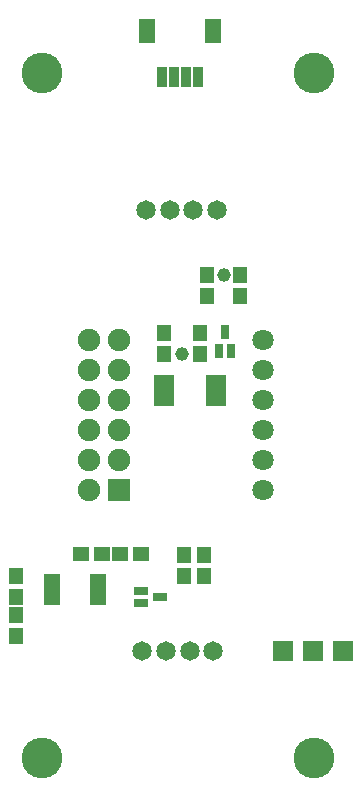
<source format=gbr>
G04 DesignSpark PCB PRO Gerber Version 10.0 Build 5299*
G04 #@! TF.Part,Single*
G04 #@! TF.FileFunction,Soldermask,Top*
G04 #@! TF.FilePolarity,Negative*
%FSLAX36Y36*%
%MOIN*%
G04 #@! TA.AperFunction,SMDPad,CuDef*
%ADD94R,0.02575X0.04543*%
%ADD91R,0.03362X0.07102*%
%ADD88R,0.04937X0.05291*%
%ADD92R,0.05724X0.08087*%
G04 #@! TA.AperFunction,ComponentPad*
%ADD93R,0.07000X0.07000*%
%ADD84R,0.07496X0.07496*%
G04 #@! TA.AperFunction,WasherPad*
%ADD83C,0.04543*%
G04 #@! TA.AperFunction,ComponentPad*
%ADD89C,0.06512*%
%ADD86C,0.07102*%
%ADD85C,0.07496*%
G04 #@! TA.AperFunction,SMDPad,CuDef*
%ADD90R,0.04543X0.02575*%
%ADD95R,0.05331X0.02772*%
%ADD87R,0.06610X0.02772*%
G04 #@! TA.AperFunction,WasherPad*
%ADD82C,0.13598*%
G04 #@! TA.AperFunction,SMDPad,CuDef*
%ADD96R,0.05291X0.04937*%
G04 #@! TD.AperFunction*
X0Y0D02*
D02*
D82*
X279528Y240157D03*
Y2523622D03*
X1185039Y240157D03*
Y2523622D03*
D02*
D83*
X746063Y1586614D03*
X885827Y1850394D03*
D02*
D84*
X535433Y1131890D03*
D02*
D85*
X435433D03*
Y1231890D03*
Y1331890D03*
Y1431890D03*
Y1531890D03*
Y1631890D03*
X535433Y1231890D03*
Y1331890D03*
Y1431890D03*
Y1531890D03*
Y1631890D03*
D02*
D86*
X1017717Y1131890D03*
Y1231890D03*
Y1331890D03*
Y1431890D03*
Y1531890D03*
Y1631890D03*
D02*
D87*
X684567Y1426181D03*
Y1451772D03*
Y1477362D03*
Y1502953D03*
X858740Y1426181D03*
Y1451772D03*
Y1477362D03*
Y1502953D03*
D02*
D88*
X192913Y646102D03*
Y716102D03*
Y776024D03*
Y846024D03*
X685039Y1587047D03*
Y1657047D03*
X751969Y846890D03*
Y916890D03*
X807087Y1587047D03*
Y1657047D03*
X818898Y846890D03*
Y916890D03*
X830709Y1779961D03*
Y1849961D03*
X940945Y1779961D03*
Y1849961D03*
D02*
D89*
X614173Y594488D03*
X625984Y2066929D03*
X692913Y594488D03*
X704724Y2066929D03*
X771654Y594488D03*
X783465Y2066929D03*
X850394Y594488D03*
X862205Y2066929D03*
D02*
D90*
X610236Y755906D03*
Y795276D03*
X673228Y775591D03*
D02*
D91*
X681102Y2509409D03*
X720472D03*
X759843D03*
X799213D03*
D02*
D92*
X629921Y2661969D03*
X850394D03*
D02*
D93*
X1082677Y594488D03*
X1182677D03*
X1282677D03*
D02*
D94*
X870079Y1594488D03*
X889764Y1657480D03*
X909449Y1594488D03*
D02*
D95*
X312992Y760827D03*
Y786417D03*
Y812008D03*
Y837598D03*
X466535Y760827D03*
Y786417D03*
Y812008D03*
Y837598D03*
D02*
D96*
X409882Y917323D03*
X479882D03*
X539803D03*
X609803D03*
X0Y0D02*
M02*

</source>
